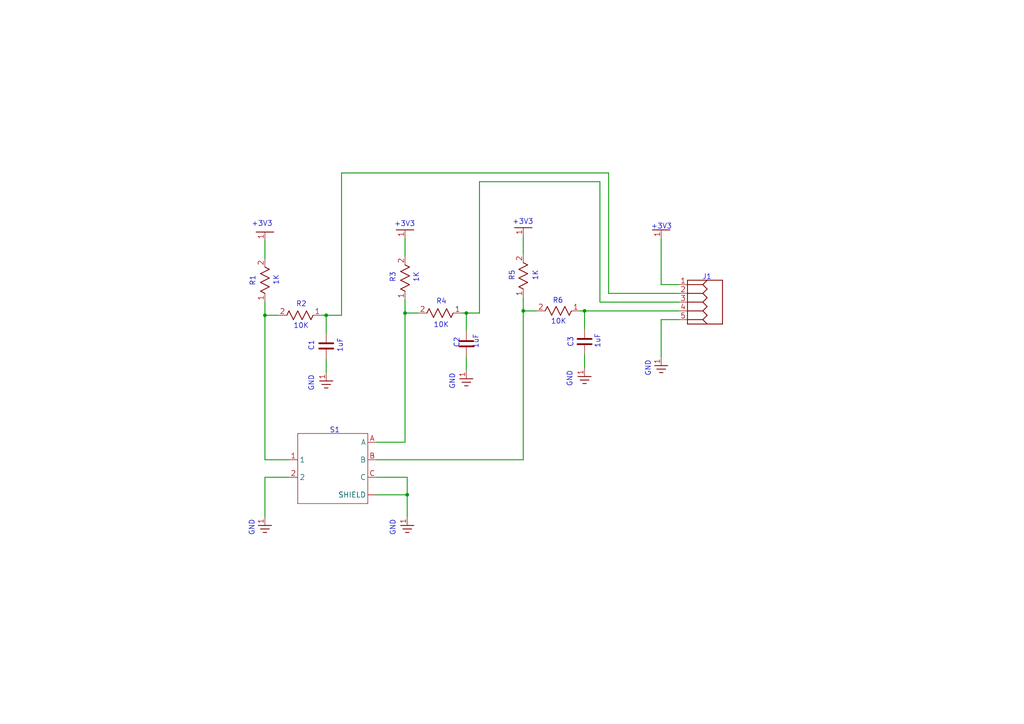
<source format=kicad_sch>
(kicad_sch (version 20250114) (generator "eeschema") (generator_version "9.0")
  (paper "A4")
  (lib_symbols
    (symbol "Device:C" (pin_numbers (hide yes)) (pin_names (offset 0.254))
      (property "Reference" "C" (at 0.635 2.54 0))
      (property "Value" "C" (at 0.635 -2.54 0))
      (symbol "C_0_1"
        (polyline (pts (xy -2.032 0.762) (xy 2.032 0.762)) (stroke (width 0.508)))
        (polyline (pts (xy -2.032 -0.762) (xy 2.032 -0.762)) (stroke (width 0.508)))
      )
      (symbol "C_1_1"
        (pin passive line (at 0 3.81 270) (length 2.794) (name "~") (number "1"))
        (pin passive line (at 0 -3.81 90) (length 2.794) (name "~") (number "2"))
      )
    )
    (symbol "Rotary Encoder-eagle-import:+3V3" (power)
      (symbol "+3V3_1_0"
        (polyline (pts (xy -2.54 0) (xy 2.54 0)) (stroke (width 0.25)))
        (pin power_in line (at 0 -2.54 90) (length 2.54) (name "+3V3") (number "1"))
      )
    )
    (symbol "Rotary Encoder-eagle-import:482020514001"
      (symbol "482020514001_1_0"
        (polyline (pts (xy -10.16 10.16) (xy 10.16 10.16)) (stroke (width 0.152)))
        (polyline (pts (xy -10.16 -10.16) (xy -10.16 10.16)) (stroke (width 0.152)))
        (polyline (pts (xy 10.16 10.16) (xy 10.16 -10.16)) (stroke (width 0.152)))
        (polyline (pts (xy 10.16 -10.16) (xy -10.16 -10.16)) (stroke (width 0.152)))
        (pin passive line (at -12.7 2.54 0) (length 2.54) (name "1") (number "1"))
        (pin passive line (at -12.7 -2.54 0) (length 2.54) (name "2") (number "2"))
        (pin passive line (at 12.7 7.62 180) (length 2.54) (name "A") (number "A"))
        (pin passive line (at 12.7 2.54 180) (length 2.54) (name "B") (number "B"))
        (pin passive line (at 12.7 -2.54 180) (length 2.54) (name "C") (number "C"))
        (pin passive line (at 12.7 -7.62 180) (length 2.54) (name "SHIELD") (number "S1"))
        (pin passive line (at 12.7 -7.62 180) (length 2.54) (name "SHIELD") (number "S2"))
      )
    )
    (symbol "Rotary Encoder-eagle-import:DEV_J1"
      (symbol "DEV_J1_1_0"
        (polyline (pts (xy -5.08 6.35) (xy 5.08 6.35)) (stroke (width 0.25)))
        (polyline (pts (xy -5.08 -6.35) (xy -5.08 6.35)) (stroke (width 0.25)))
        (polyline (pts (xy -0.635 6.35) (xy 0.635 5.08)) (stroke (width 0.25)))
        (polyline (pts (xy -0.635 3.81) (xy 0.635 5.08)) (stroke (width 0.25)))
        (polyline (pts (xy -0.635 3.81) (xy 0.635 2.54)) (stroke (width 0.25)))
        (polyline (pts (xy -0.635 1.27) (xy 0.635 2.54)) (stroke (width 0.25)))
        (polyline (pts (xy -0.635 1.27) (xy 0.635 0)) (stroke (width 0.25)))
        (polyline (pts (xy -0.635 -1.27) (xy 0.635 0)) (stroke (width 0.25)))
        (polyline (pts (xy -0.635 -1.27) (xy 0.635 -2.54)) (stroke (width 0.25)))
        (polyline (pts (xy -0.635 -3.81) (xy 0.635 -2.54)) (stroke (width 0.25)))
        (polyline (pts (xy -0.635 -3.81) (xy 0.635 -5.08)) (stroke (width 0.25)))
        (polyline (pts (xy -0.635 -6.35) (xy 0.635 -5.08)) (stroke (width 0.25)))
        (polyline (pts (xy 0.635 5.08) (xy 5.08 5.08)) (stroke (width 0.25)))
        (polyline (pts (xy 0.635 2.54) (xy 5.08 2.54)) (stroke (width 0.25)))
        (polyline (pts (xy 0.635 0) (xy 5.08 0)) (stroke (width 0.25)))
        (polyline (pts (xy 0.635 -2.54) (xy 5.08 -2.54)) (stroke (width 0.25)))
        (polyline (pts (xy 0.635 -5.08) (xy 5.08 -5.08)) (stroke (width 0.25)))
        (polyline (pts (xy 5.08 6.35) (xy 5.08 -6.35)) (stroke (width 0.25)))
        (polyline (pts (xy 5.08 -6.35) (xy -5.08 -6.35)) (stroke (width 0.25)))
        (pin passive line (at 7.62 5.08 180) (length 2.54) (name "P5") (number "5"))
        (pin passive line (at 7.62 2.54 180) (length 2.54) (name "P4") (number "4"))
        (pin passive line (at 7.62 0 180) (length 2.54) (name "P3") (number "3"))
        (pin passive line (at 7.62 -2.54 180) (length 2.54) (name "P2") (number "2"))
        (pin passive line (at 7.62 -5.08 180) (length 2.54) (name "P1") (number "1"))
      )
    )
    (symbol "Rotary Encoder-eagle-import:GND" (power)
      (symbol "GND_1_0"
        (polyline (pts (xy -1.905 1.016) (xy 1.905 1.016)) (stroke (width 0.25)))
        (polyline (pts (xy -1.27 0) (xy 1.27 0)) (stroke (width 0.25)))
        (polyline (pts (xy -0.508 -1.016) (xy 0.508 -1.016)) (stroke (width 0.25)))
        (pin power_in line (at 0 3.556 270) (length 2.54) (name "GND") (number "1"))
      )
    )
    (symbol "Rotary Encoder-eagle-import:RES_0603"
      (symbol "RES_0603_1_0"
        (polyline (pts (xy -3.81 0) (xy -3.175 1.27)) (stroke (width 0.25)))
        (polyline (pts (xy -3.175 1.27) (xy -1.905 -1.27)) (stroke (width 0.25)))
        (polyline (pts (xy -1.905 -1.27) (xy -0.635 1.27)) (stroke (width 0.25)))
        (polyline (pts (xy -0.635 1.27) (xy 0.635 -1.27)) (stroke (width 0.25)))
        (polyline (pts (xy 0.635 -1.27) (xy 1.905 1.27)) (stroke (width 0.25)))
        (polyline (pts (xy 1.905 1.27) (xy 3.175 -1.27)) (stroke (width 0.25)))
        (polyline (pts (xy 3.175 -1.27) (xy 3.81 0)) (stroke (width 0.25)))
        (pin passive line (at -6.35 0 0) (length 2.54) (name "1") (number "1"))
        (pin passive line (at 6.35 0 180) (length 2.54) (name "2") (number "2"))
      )
    )
  )
  (text "S1" (at 95.591 125.73 0) (effects (font (size 1.48 1.48)) (justify left bottom)))
  (text "R4" (at 126.492 88.392 0) (effects (font (size 1.48 1.48)) (justify left bottom)))
  (text "GND" (at 114.808 155.448 90) (effects (font (size 1.48 1.48)) (justify left bottom)))
  (text "1K" (at 79.248 79.756 90) (effects (font (size 1.48 1.48)) (justify right top)))
  (text "C2" (at 133.344 100.987 90) (effects (font (size 1.48 1.48)) (justify left bottom)))
  (text "+3V3" (at 114.3 65.913 0) (effects (font (size 1.48 1.48)) (justify left bottom)))
  (text "1K" (at 154.432 81.534 90) (effects (font (size 1.48 1.48)) (justify left top)))
  (text "1uF" (at 97.79 102.362 90) (effects (font (size 1.48 1.48)) (justify left top)))
  (text "+3V3" (at 72.943 65.846 0) (effects (font (size 1.48 1.48)) (justify left bottom)))
  (text "10K" (at 125.73 93.472 0) (effects (font (size 1.48 1.48)) (justify left top)))
  (text "R2" (at 85.852 89.154 0) (effects (font (size 1.48 1.48)) (justify left bottom)))
  (text "+3V3" (at 148.59 65.278 0) (effects (font (size 1.48 1.48)) (justify left bottom)))
  (text "GND" (at 188.849 109.22 90) (effects (font (size 1.48 1.48)) (justify left bottom)))
  (text "GND" (at 91.186 113.538 90) (effects (font (size 1.48 1.48)) (justify left bottom)))
  (text "J1" (at 203.687 81.28 0) (effects (font (size 1.48 1.48)) (justify left bottom)))
  (text "10K" (at 85.09 93.726 0) (effects (font (size 1.48 1.48)) (justify left top)))
  (text "1uF" (at 172.466 101.092 90) (effects (font (size 1.48 1.48)) (justify left top)))
  (text "GND" (at 132.08 113.03 90) (effects (font (size 1.48 1.48)) (justify left bottom)))
  (text "GND" (at 166.116 112.268 90) (effects (font (size 1.48 1.48)) (justify left bottom)))
  (text "C1" (at 91.186 101.854 90) (effects (font (size 1.48 1.48)) (justify left bottom)))
  (text "R5" (at 149.352 81.534 90) (effects (font (size 1.48 1.48)) (justify left bottom)))
  (text "1uF" (at 137.166 101.224 90) (effects (font (size 1.48 1.48)) (justify left top)))
  (text "+3V3" (at 188.804 66.615 0) (effects (font (size 1.48 1.48)) (justify left bottom)))
  (text "R3" (at 114.808 82.042 90) (effects (font (size 1.48 1.48)) (justify left bottom)))
  (text "10K" (at 159.766 92.456 0) (effects (font (size 1.48 1.48)) (justify left top)))
  (text "C3" (at 166.37 100.838 90) (effects (font (size 1.48 1.48)) (justify left bottom)))
  (text "GND" (at 73.914 155.448 90) (effects (font (size 1.48 1.48)) (justify left bottom)))
  (text "R1" (at 74.168 83.058 90) (effects (font (size 1.48 1.48)) (justify left bottom)))
  (text "R6" (at 160.274 88.138 0) (effects (font (size 1.48 1.48)) (justify left bottom)))
  (text "1K" (at 119.888 82.042 90) (effects (font (size 1.48 1.48)) (justify left top)))
  (junction (at 151.765 90.17))
  (junction (at 117.475 90.805))
  (junction (at 118.11 143.51))
  (junction (at 76.835 91.44))
  (junction (at 169.545 90.17))
  (junction (at 94.615 91.44))
  (junction (at 135.255 90.805))
  (wire (pts (xy 99.06 50.165) (xy 99.06 91.44)) (stroke (width 0.25)))
  (wire (pts (xy 169.545 95.25) (xy 169.545 90.17)) (stroke (width 0.25)))
  (wire (pts (xy 191.77 82.55) (xy 191.77 69.215)) (stroke (width 0.25)))
  (wire (pts (xy 135.255 95.885) (xy 135.255 90.805)) (stroke (width 0.25)))
  (wire (pts (xy 196.85 85.09) (xy 176.53 85.09)) (stroke (width 0.25)))
  (wire (pts (xy 151.765 90.17) (xy 151.765 86.36)) (stroke (width 0.25)))
  (wire (pts (xy 169.545 106.68) (xy 169.545 102.87)) (stroke (width 0.25)))
  (wire (pts (xy 80.645 91.44) (xy 76.835 91.44)) (stroke (width 0.25)))
  (wire (pts (xy 94.615 107.95) (xy 94.615 104.14)) (stroke (width 0.25)))
  (wire (pts (xy 151.765 73.66) (xy 151.765 68.58)) (stroke (width 0.25)))
  (wire (pts (xy 83.82 133.35) (xy 76.835 133.35)) (stroke (width 0.25)))
  (wire (pts (xy 117.475 74.295) (xy 117.475 69.215)) (stroke (width 0.25)))
  (wire (pts (xy 191.77 103.505) (xy 191.77 92.71)) (stroke (width 0.25)))
  (wire (pts (xy 117.475 90.805) (xy 117.475 86.995)) (stroke (width 0.25)))
  (wire (pts (xy 118.11 143.51) (xy 118.11 138.43)) (stroke (width 0.25)))
  (wire (pts (xy 76.835 133.35) (xy 76.835 91.44)) (stroke (width 0.25)))
  (wire (pts (xy 118.11 138.43) (xy 109.22 138.43)) (stroke (width 0.25)))
  (wire (pts (xy 196.85 82.55) (xy 191.77 82.55)) (stroke (width 0.25)))
  (wire (pts (xy 109.22 133.35) (xy 151.765 133.35)) (stroke (width 0.25)))
  (wire (pts (xy 135.255 90.805) (xy 133.985 90.805)) (stroke (width 0.25)))
  (wire (pts (xy 109.22 128.27) (xy 117.475 128.27)) (stroke (width 0.25)))
  (wire (pts (xy 76.835 138.43) (xy 76.835 149.86)) (stroke (width 0.25)))
  (wire (pts (xy 151.765 133.35) (xy 151.765 90.17)) (stroke (width 0.25)))
  (wire (pts (xy 99.06 91.44) (xy 94.615 91.44)) (stroke (width 0.25)))
  (wire (pts (xy 139.065 52.705) (xy 139.065 90.805)) (stroke (width 0.25)))
  (wire (pts (xy 76.835 91.44) (xy 76.835 87.63)) (stroke (width 0.25)))
  (wire (pts (xy 196.85 90.17) (xy 169.545 90.17)) (stroke (width 0.25)))
  (wire (pts (xy 117.475 128.27) (xy 117.475 90.805)) (stroke (width 0.25)))
  (wire (pts (xy 94.615 96.52) (xy 94.615 91.44)) (stroke (width 0.25)))
  (wire (pts (xy 169.545 90.17) (xy 168.275 90.17)) (stroke (width 0.25)))
  (wire (pts (xy 121.285 90.805) (xy 117.475 90.805)) (stroke (width 0.25)))
  (wire (pts (xy 173.99 52.705) (xy 139.065 52.705)) (stroke (width 0.25)))
  (wire (pts (xy 94.615 91.44) (xy 93.345 91.44)) (stroke (width 0.25)))
  (wire (pts (xy 76.835 74.93) (xy 76.835 69.85)) (stroke (width 0.25)))
  (wire (pts (xy 109.22 143.51) (xy 118.11 143.51)) (stroke (width 0.25)))
  (wire (pts (xy 196.85 87.63) (xy 173.99 87.63)) (stroke (width 0.25)))
  (wire (pts (xy 118.11 149.86) (xy 118.11 143.51)) (stroke (width 0.25)))
  (wire (pts (xy 155.575 90.17) (xy 151.765 90.17)) (stroke (width 0.25)))
  (wire (pts (xy 173.99 87.63) (xy 173.99 52.705)) (stroke (width 0.25)))
  (wire (pts (xy 135.255 107.315) (xy 135.255 103.505)) (stroke (width 0.25)))
  (wire (pts (xy 139.065 90.805) (xy 135.255 90.805)) (stroke (width 0.25)))
  (wire (pts (xy 83.82 138.43) (xy 76.835 138.43)) (stroke (width 0.25)))
  (wire (pts (xy 176.53 50.165) (xy 99.06 50.165)) (stroke (width 0.25)))
  (wire (pts (xy 191.77 92.71) (xy 196.85 92.71)) (stroke (width 0.25)))
  (wire (pts (xy 176.53 85.09) (xy 176.53 50.165)) (stroke (width 0.25)))
  (symbol (lib_id "Rotary Encoder-eagle-import:RES_0603") (at 151.765 80.01 90) (unit 1)
    (property "Reference" "R5" (effects (hide yes)))
    (property "Value" "1K" (effects (hide yes)))
    (property "Footprint" "Rotary Encoder:RES_0603" (effects (hide yes)))
  )
  (symbol (lib_id "Device:C") (at 135.255 99.695 0) (unit 1)
    (property "Reference" "C2" (effects (hide yes)))
    (property "Value" "1uF" (effects (hide yes)))
    (property "Footprint" "Rotary Encoder:CAP_0603" (effects (hide yes)))
    (property "Description" "Unpolarized capacitor" (effects (hide yes)))
  )
  (symbol (lib_id "Device:C") (at 169.545 99.06 0) (unit 1)
    (property "Reference" "C3" (effects (hide yes)))
    (property "Value" "1uF" (effects (hide yes)))
    (property "Footprint" "Rotary Encoder:CAP_0603" (effects (hide yes)))
    (property "Description" "Unpolarized capacitor" (effects (hide yes)))
  )
  (symbol (lib_id "Rotary Encoder-eagle-import:RES_0603") (at 76.835 81.28 90) (unit 1)
    (property "Reference" "R1" (effects (hide yes)))
    (property "Value" "1K" (effects (hide yes)))
    (property "Footprint" "Rotary Encoder:RES_0603" (effects (hide yes)))
  )
  (symbol (lib_id "Rotary Encoder-eagle-import:GND") (at 118.11 153.416 0) (unit 1)
    (property "Reference" "#NetPort4" (effects (hide yes)))
    (property "Value" "GND" (effects (hide yes)))
  )
  (symbol (lib_id "Rotary Encoder-eagle-import:482020514001") (at 96.52 135.89 0) (unit 1)
    (property "Reference" "S1" (effects (hide yes)))
    (property "Value" "482020514001" (effects (hide yes)))
    (property "Footprint" "Rotary Encoder:SW_482020514001" (effects (hide yes)))
  )
  (symbol (lib_id "Rotary Encoder-eagle-import:DEV_J1") (at 204.47 87.63 180) (unit 1)
    (property "Reference" "J1" (effects (hide yes)))
    (property "Value" "DEV_J1" (effects (hide yes)))
    (property "Footprint" "Rotary Encoder:RHDRV5W80P254_5X1_1320X250H875_AP1" (effects (hide yes)))
  )
  (symbol (lib_id "Rotary Encoder-eagle-import:GND") (at 94.615 111.506 0) (unit 1)
    (property "Reference" "#NetPort2" (effects (hide yes)))
    (property "Value" "GND" (effects (hide yes)))
  )
  (symbol (lib_id "Rotary Encoder-eagle-import:RES_0603") (at 127.635 90.805 180) (unit 1)
    (property "Reference" "R4" (effects (hide yes)))
    (property "Value" "10K" (effects (hide yes)))
    (property "Footprint" "Rotary Encoder:RES_0603" (effects (hide yes)))
  )
  (symbol (lib_id "Rotary Encoder-eagle-import:+3V3") (at 117.475 66.675 0) (unit 1)
    (property "Reference" "#NetPort7" (effects (hide yes)))
    (property "Value" "+3V3" (effects (hide yes)))
  )
  (symbol (lib_id "Device:C") (at 94.615 100.33 0) (unit 1)
    (property "Reference" "C1" (effects (hide yes)))
    (property "Value" "1uF" (effects (hide yes)))
    (property "Footprint" "Rotary Encoder:CAP_0603" (effects (hide yes)))
    (property "Description" "Unpolarized capacitor" (effects (hide yes)))
  )
  (symbol (lib_id "Rotary Encoder-eagle-import:+3V3") (at 151.765 66.04 0) (unit 1)
    (property "Reference" "#NetPort9" (effects (hide yes)))
    (property "Value" "+3V3" (effects (hide yes)))
  )
  (symbol (lib_id "Rotary Encoder-eagle-import:GND") (at 76.835 153.416 0) (unit 1)
    (property "Reference" "#NetPort3" (effects (hide yes)))
    (property "Value" "GND" (effects (hide yes)))
  )
  (symbol (lib_id "Rotary Encoder-eagle-import:GND") (at 135.255 110.871 0) (unit 1)
    (property "Reference" "#NetPort8" (effects (hide yes)))
    (property "Value" "GND" (effects (hide yes)))
  )
  (symbol (lib_id "Rotary Encoder-eagle-import:RES_0603") (at 86.995 91.44 180) (unit 1)
    (property "Reference" "R2" (effects (hide yes)))
    (property "Value" "10K" (effects (hide yes)))
    (property "Footprint" "Rotary Encoder:RES_0603" (effects (hide yes)))
  )
  (symbol (lib_id "Rotary Encoder-eagle-import:+3V3") (at 191.77 66.675 0) (unit 1)
    (property "Reference" "#NetPort6" (effects (hide yes)))
    (property "Value" "+3V3" (effects (hide yes)))
  )
  (symbol (lib_id "Rotary Encoder-eagle-import:RES_0603") (at 117.475 80.645 90) (unit 1)
    (property "Reference" "R3" (effects (hide yes)))
    (property "Value" "1K" (effects (hide yes)))
    (property "Footprint" "Rotary Encoder:RES_0603" (effects (hide yes)))
  )
  (symbol (lib_id "Rotary Encoder-eagle-import:GND") (at 169.545 110.236 0) (unit 1)
    (property "Reference" "#NetPort10" (effects (hide yes)))
    (property "Value" "GND" (effects (hide yes)))
  )
  (symbol (lib_id "Rotary Encoder-eagle-import:+3V3") (at 76.835 67.31 0) (unit 1)
    (property "Reference" "#NetPort1" (effects (hide yes)))
    (property "Value" "+3V3" (effects (hide yes)))
  )
  (symbol (lib_id "Rotary Encoder-eagle-import:RES_0603") (at 161.925 90.17 180) (unit 1)
    (property "Reference" "R6" (effects (hide yes)))
    (property "Value" "10K" (effects (hide yes)))
    (property "Footprint" "Rotary Encoder:RES_0603" (effects (hide yes)))
  )
  (symbol (lib_id "Rotary Encoder-eagle-import:GND") (at 191.77 107.061 0) (unit 1)
    (property "Reference" "#NetPort5" (effects (hide yes)))
    (property "Value" "GND" (effects (hide yes)))
  )
)
</source>
